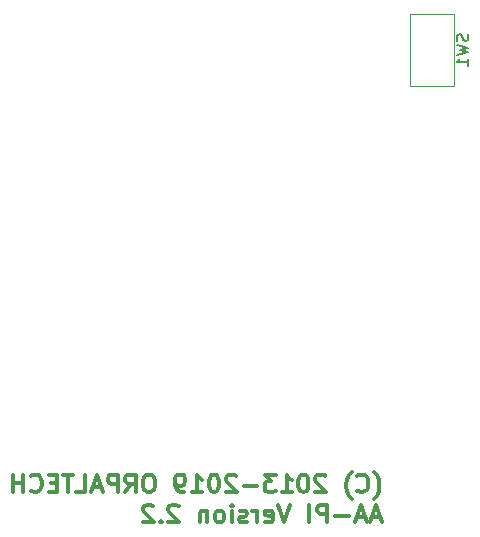
<source format=gbo>
G04 #@! TF.GenerationSoftware,KiCad,Pcbnew,5.0.2-bee76a0~70~ubuntu18.04.1*
G04 #@! TF.CreationDate,2018-12-05T23:11:17+03:00*
G04 #@! TF.ProjectId,AA-PI-Display-Board-NanoPiA64,41412d50-492d-4446-9973-706c61792d42,2.1*
G04 #@! TF.SameCoordinates,Original*
G04 #@! TF.FileFunction,Legend,Bot*
G04 #@! TF.FilePolarity,Positive*
%FSLAX46Y46*%
G04 Gerber Fmt 4.6, Leading zero omitted, Abs format (unit mm)*
G04 Created by KiCad (PCBNEW 5.0.2-bee76a0~70~ubuntu18.04.1) date Wed 05 Dec 2018 23:11:17 MSK*
%MOMM*%
%LPD*%
G01*
G04 APERTURE LIST*
%ADD10C,0.300000*%
%ADD11C,0.120000*%
%ADD12C,0.150000*%
G04 APERTURE END LIST*
D10*
X180439285Y-135235000D02*
X180510714Y-135163571D01*
X180653571Y-134949285D01*
X180725000Y-134806428D01*
X180796428Y-134592142D01*
X180867857Y-134235000D01*
X180867857Y-133949285D01*
X180796428Y-133592142D01*
X180725000Y-133377857D01*
X180653571Y-133235000D01*
X180510714Y-133020714D01*
X180439285Y-132949285D01*
X179010714Y-134520714D02*
X179082142Y-134592142D01*
X179296428Y-134663571D01*
X179439285Y-134663571D01*
X179653571Y-134592142D01*
X179796428Y-134449285D01*
X179867857Y-134306428D01*
X179939285Y-134020714D01*
X179939285Y-133806428D01*
X179867857Y-133520714D01*
X179796428Y-133377857D01*
X179653571Y-133235000D01*
X179439285Y-133163571D01*
X179296428Y-133163571D01*
X179082142Y-133235000D01*
X179010714Y-133306428D01*
X178510714Y-135235000D02*
X178439285Y-135163571D01*
X178296428Y-134949285D01*
X178225000Y-134806428D01*
X178153571Y-134592142D01*
X178082142Y-134235000D01*
X178082142Y-133949285D01*
X178153571Y-133592142D01*
X178225000Y-133377857D01*
X178296428Y-133235000D01*
X178439285Y-133020714D01*
X178510714Y-132949285D01*
X176296428Y-133306428D02*
X176225000Y-133235000D01*
X176082142Y-133163571D01*
X175725000Y-133163571D01*
X175582142Y-133235000D01*
X175510714Y-133306428D01*
X175439285Y-133449285D01*
X175439285Y-133592142D01*
X175510714Y-133806428D01*
X176367857Y-134663571D01*
X175439285Y-134663571D01*
X174510714Y-133163571D02*
X174367857Y-133163571D01*
X174225000Y-133235000D01*
X174153571Y-133306428D01*
X174082142Y-133449285D01*
X174010714Y-133735000D01*
X174010714Y-134092142D01*
X174082142Y-134377857D01*
X174153571Y-134520714D01*
X174225000Y-134592142D01*
X174367857Y-134663571D01*
X174510714Y-134663571D01*
X174653571Y-134592142D01*
X174725000Y-134520714D01*
X174796428Y-134377857D01*
X174867857Y-134092142D01*
X174867857Y-133735000D01*
X174796428Y-133449285D01*
X174725000Y-133306428D01*
X174653571Y-133235000D01*
X174510714Y-133163571D01*
X172582142Y-134663571D02*
X173439285Y-134663571D01*
X173010714Y-134663571D02*
X173010714Y-133163571D01*
X173153571Y-133377857D01*
X173296428Y-133520714D01*
X173439285Y-133592142D01*
X172082142Y-133163571D02*
X171153571Y-133163571D01*
X171653571Y-133735000D01*
X171439285Y-133735000D01*
X171296428Y-133806428D01*
X171225000Y-133877857D01*
X171153571Y-134020714D01*
X171153571Y-134377857D01*
X171225000Y-134520714D01*
X171296428Y-134592142D01*
X171439285Y-134663571D01*
X171867857Y-134663571D01*
X172010714Y-134592142D01*
X172082142Y-134520714D01*
X170510714Y-134092142D02*
X169367857Y-134092142D01*
X168725000Y-133306428D02*
X168653571Y-133235000D01*
X168510714Y-133163571D01*
X168153571Y-133163571D01*
X168010714Y-133235000D01*
X167939285Y-133306428D01*
X167867857Y-133449285D01*
X167867857Y-133592142D01*
X167939285Y-133806428D01*
X168796428Y-134663571D01*
X167867857Y-134663571D01*
X166939285Y-133163571D02*
X166796428Y-133163571D01*
X166653571Y-133235000D01*
X166582142Y-133306428D01*
X166510714Y-133449285D01*
X166439285Y-133735000D01*
X166439285Y-134092142D01*
X166510714Y-134377857D01*
X166582142Y-134520714D01*
X166653571Y-134592142D01*
X166796428Y-134663571D01*
X166939285Y-134663571D01*
X167082142Y-134592142D01*
X167153571Y-134520714D01*
X167225000Y-134377857D01*
X167296428Y-134092142D01*
X167296428Y-133735000D01*
X167225000Y-133449285D01*
X167153571Y-133306428D01*
X167082142Y-133235000D01*
X166939285Y-133163571D01*
X165010714Y-134663571D02*
X165867857Y-134663571D01*
X165439285Y-134663571D02*
X165439285Y-133163571D01*
X165582142Y-133377857D01*
X165725000Y-133520714D01*
X165867857Y-133592142D01*
X164296428Y-134663571D02*
X164010714Y-134663571D01*
X163867857Y-134592142D01*
X163796428Y-134520714D01*
X163653571Y-134306428D01*
X163582142Y-134020714D01*
X163582142Y-133449285D01*
X163653571Y-133306428D01*
X163725000Y-133235000D01*
X163867857Y-133163571D01*
X164153571Y-133163571D01*
X164296428Y-133235000D01*
X164367857Y-133306428D01*
X164439285Y-133449285D01*
X164439285Y-133806428D01*
X164367857Y-133949285D01*
X164296428Y-134020714D01*
X164153571Y-134092142D01*
X163867857Y-134092142D01*
X163725000Y-134020714D01*
X163653571Y-133949285D01*
X163582142Y-133806428D01*
X161510714Y-133163571D02*
X161225000Y-133163571D01*
X161082142Y-133235000D01*
X160939285Y-133377857D01*
X160867857Y-133663571D01*
X160867857Y-134163571D01*
X160939285Y-134449285D01*
X161082142Y-134592142D01*
X161225000Y-134663571D01*
X161510714Y-134663571D01*
X161653571Y-134592142D01*
X161796428Y-134449285D01*
X161867857Y-134163571D01*
X161867857Y-133663571D01*
X161796428Y-133377857D01*
X161653571Y-133235000D01*
X161510714Y-133163571D01*
X159367857Y-134663571D02*
X159867857Y-133949285D01*
X160225000Y-134663571D02*
X160225000Y-133163571D01*
X159653571Y-133163571D01*
X159510714Y-133235000D01*
X159439285Y-133306428D01*
X159367857Y-133449285D01*
X159367857Y-133663571D01*
X159439285Y-133806428D01*
X159510714Y-133877857D01*
X159653571Y-133949285D01*
X160225000Y-133949285D01*
X158725000Y-134663571D02*
X158725000Y-133163571D01*
X158153571Y-133163571D01*
X158010714Y-133235000D01*
X157939285Y-133306428D01*
X157867857Y-133449285D01*
X157867857Y-133663571D01*
X157939285Y-133806428D01*
X158010714Y-133877857D01*
X158153571Y-133949285D01*
X158725000Y-133949285D01*
X157296428Y-134235000D02*
X156582142Y-134235000D01*
X157439285Y-134663571D02*
X156939285Y-133163571D01*
X156439285Y-134663571D01*
X155225000Y-134663571D02*
X155939285Y-134663571D01*
X155939285Y-133163571D01*
X154939285Y-133163571D02*
X154082142Y-133163571D01*
X154510714Y-134663571D02*
X154510714Y-133163571D01*
X153582142Y-133877857D02*
X153082142Y-133877857D01*
X152867857Y-134663571D02*
X153582142Y-134663571D01*
X153582142Y-133163571D01*
X152867857Y-133163571D01*
X151367857Y-134520714D02*
X151439285Y-134592142D01*
X151653571Y-134663571D01*
X151796428Y-134663571D01*
X152010714Y-134592142D01*
X152153571Y-134449285D01*
X152225000Y-134306428D01*
X152296428Y-134020714D01*
X152296428Y-133806428D01*
X152225000Y-133520714D01*
X152153571Y-133377857D01*
X152010714Y-133235000D01*
X151796428Y-133163571D01*
X151653571Y-133163571D01*
X151439285Y-133235000D01*
X151367857Y-133306428D01*
X150725000Y-134663571D02*
X150725000Y-133163571D01*
X150725000Y-133877857D02*
X149867857Y-133877857D01*
X149867857Y-134663571D02*
X149867857Y-133163571D01*
X180939285Y-136785000D02*
X180225000Y-136785000D01*
X181082142Y-137213571D02*
X180582142Y-135713571D01*
X180082142Y-137213571D01*
X179653571Y-136785000D02*
X178939285Y-136785000D01*
X179796428Y-137213571D02*
X179296428Y-135713571D01*
X178796428Y-137213571D01*
X178296428Y-136642142D02*
X177153571Y-136642142D01*
X176439285Y-137213571D02*
X176439285Y-135713571D01*
X175867857Y-135713571D01*
X175725000Y-135785000D01*
X175653571Y-135856428D01*
X175582142Y-135999285D01*
X175582142Y-136213571D01*
X175653571Y-136356428D01*
X175725000Y-136427857D01*
X175867857Y-136499285D01*
X176439285Y-136499285D01*
X174939285Y-137213571D02*
X174939285Y-135713571D01*
X173296428Y-135713571D02*
X172796428Y-137213571D01*
X172296428Y-135713571D01*
X171225000Y-137142142D02*
X171367857Y-137213571D01*
X171653571Y-137213571D01*
X171796428Y-137142142D01*
X171867857Y-136999285D01*
X171867857Y-136427857D01*
X171796428Y-136285000D01*
X171653571Y-136213571D01*
X171367857Y-136213571D01*
X171225000Y-136285000D01*
X171153571Y-136427857D01*
X171153571Y-136570714D01*
X171867857Y-136713571D01*
X170510714Y-137213571D02*
X170510714Y-136213571D01*
X170510714Y-136499285D02*
X170439285Y-136356428D01*
X170367857Y-136285000D01*
X170225000Y-136213571D01*
X170082142Y-136213571D01*
X169653571Y-137142142D02*
X169510714Y-137213571D01*
X169225000Y-137213571D01*
X169082142Y-137142142D01*
X169010714Y-136999285D01*
X169010714Y-136927857D01*
X169082142Y-136785000D01*
X169225000Y-136713571D01*
X169439285Y-136713571D01*
X169582142Y-136642142D01*
X169653571Y-136499285D01*
X169653571Y-136427857D01*
X169582142Y-136285000D01*
X169439285Y-136213571D01*
X169225000Y-136213571D01*
X169082142Y-136285000D01*
X168367857Y-137213571D02*
X168367857Y-136213571D01*
X168367857Y-135713571D02*
X168439285Y-135785000D01*
X168367857Y-135856428D01*
X168296428Y-135785000D01*
X168367857Y-135713571D01*
X168367857Y-135856428D01*
X167439285Y-137213571D02*
X167582142Y-137142142D01*
X167653571Y-137070714D01*
X167725000Y-136927857D01*
X167725000Y-136499285D01*
X167653571Y-136356428D01*
X167582142Y-136285000D01*
X167439285Y-136213571D01*
X167225000Y-136213571D01*
X167082142Y-136285000D01*
X167010714Y-136356428D01*
X166939285Y-136499285D01*
X166939285Y-136927857D01*
X167010714Y-137070714D01*
X167082142Y-137142142D01*
X167225000Y-137213571D01*
X167439285Y-137213571D01*
X166296428Y-136213571D02*
X166296428Y-137213571D01*
X166296428Y-136356428D02*
X166225000Y-136285000D01*
X166082142Y-136213571D01*
X165867857Y-136213571D01*
X165725000Y-136285000D01*
X165653571Y-136427857D01*
X165653571Y-137213571D01*
X163867857Y-135856428D02*
X163796428Y-135785000D01*
X163653571Y-135713571D01*
X163296428Y-135713571D01*
X163153571Y-135785000D01*
X163082142Y-135856428D01*
X163010714Y-135999285D01*
X163010714Y-136142142D01*
X163082142Y-136356428D01*
X163939285Y-137213571D01*
X163010714Y-137213571D01*
X162367857Y-137070714D02*
X162296428Y-137142142D01*
X162367857Y-137213571D01*
X162439285Y-137142142D01*
X162367857Y-137070714D01*
X162367857Y-137213571D01*
X161725000Y-135856428D02*
X161653571Y-135785000D01*
X161510714Y-135713571D01*
X161153571Y-135713571D01*
X161010714Y-135785000D01*
X160939285Y-135856428D01*
X160867857Y-135999285D01*
X160867857Y-136142142D01*
X160939285Y-136356428D01*
X161796428Y-137213571D01*
X160867857Y-137213571D01*
D11*
G04 #@! TO.C,SW1*
X187200000Y-100260000D02*
X187200000Y-94140000D01*
X187200000Y-94140000D02*
X183500000Y-94140000D01*
X183500000Y-94140000D02*
X183500000Y-100260000D01*
X183500000Y-100260000D02*
X187200000Y-100260000D01*
D12*
X188354761Y-95866666D02*
X188402380Y-96009523D01*
X188402380Y-96247619D01*
X188354761Y-96342857D01*
X188307142Y-96390476D01*
X188211904Y-96438095D01*
X188116666Y-96438095D01*
X188021428Y-96390476D01*
X187973809Y-96342857D01*
X187926190Y-96247619D01*
X187878571Y-96057142D01*
X187830952Y-95961904D01*
X187783333Y-95914285D01*
X187688095Y-95866666D01*
X187592857Y-95866666D01*
X187497619Y-95914285D01*
X187450000Y-95961904D01*
X187402380Y-96057142D01*
X187402380Y-96295238D01*
X187450000Y-96438095D01*
X187402380Y-96771428D02*
X188402380Y-97009523D01*
X187688095Y-97200000D01*
X188402380Y-97390476D01*
X187402380Y-97628571D01*
X188402380Y-98533333D02*
X188402380Y-97961904D01*
X188402380Y-98247619D02*
X187402380Y-98247619D01*
X187545238Y-98152380D01*
X187640476Y-98057142D01*
X187688095Y-97961904D01*
G04 #@! TD*
M02*

</source>
